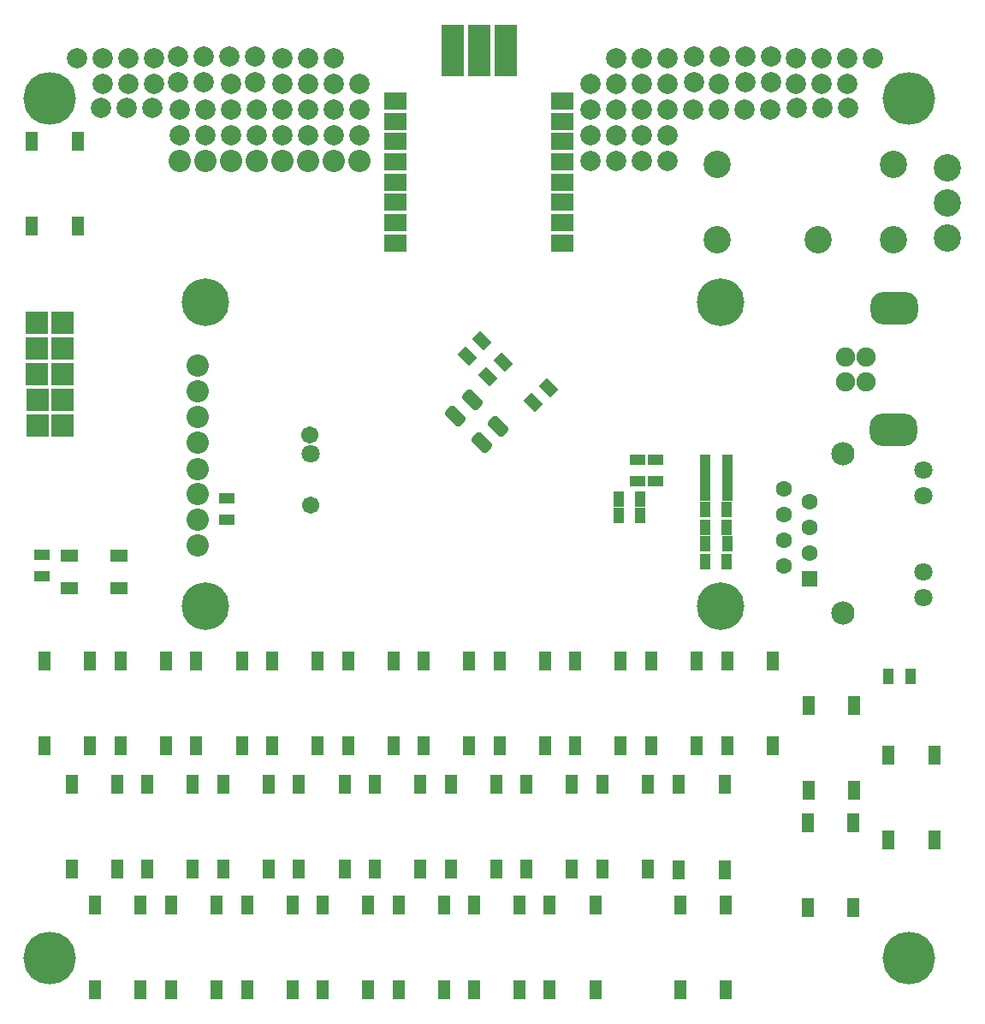
<source format=gts>
G04*
G04 #@! TF.GenerationSoftware,Altium Limited,Altium Designer,21.0.8 (223)*
G04*
G04 Layer_Color=8388736*
%FSLAX44Y44*%
%MOMM*%
G71*
G04*
G04 #@! TF.SameCoordinates,C7DFD244-51E8-418D-9BDC-30C7F22D4A59*
G04*
G04*
G04 #@! TF.FilePolarity,Negative*
G04*
G01*
G75*
%ADD28R,1.3032X1.9032*%
G04:AMPARAMS|DCode=29|XSize=1.6032mm|YSize=1.1032mm|CornerRadius=0mm|HoleSize=0mm|Usage=FLASHONLY|Rotation=135.000|XOffset=0mm|YOffset=0mm|HoleType=Round|Shape=Rectangle|*
%AMROTATEDRECTD29*
4,1,4,0.9569,-0.1768,0.1768,-0.9569,-0.9569,0.1768,-0.1768,0.9569,0.9569,-0.1768,0.0*
%
%ADD29ROTATEDRECTD29*%

%ADD30R,1.6032X1.1032*%
%ADD31R,1.1032X1.6032*%
%ADD32R,1.0532X1.5532*%
%ADD33R,2.2032X1.7032*%
%ADD34R,2.2032X5.2032*%
%ADD35R,1.7032X1.2032*%
G04:AMPARAMS|DCode=36|XSize=2.1032mm|YSize=1.3032mm|CornerRadius=0.3766mm|HoleSize=0mm|Usage=FLASHONLY|Rotation=315.000|XOffset=0mm|YOffset=0mm|HoleType=Round|Shape=RoundedRectangle|*
%AMROUNDEDRECTD36*
21,1,2.1032,0.5500,0,0,315.0*
21,1,1.3500,1.3032,0,0,315.0*
1,1,0.7532,0.2828,-0.6718*
1,1,0.7532,-0.6718,0.2828*
1,1,0.7532,-0.2828,0.6718*
1,1,0.7532,0.6718,-0.2828*
%
%ADD36ROUNDEDRECTD36*%
%ADD37R,2.2032X2.2032*%
%ADD38C,1.8032*%
%ADD39C,1.9032*%
G04:AMPARAMS|DCode=40|XSize=3.2032mm|YSize=4.7032mm|CornerRadius=1.3016mm|HoleSize=0mm|Usage=FLASHONLY|Rotation=90.000|XOffset=0mm|YOffset=0mm|HoleType=Round|Shape=RoundedRectangle|*
%AMROUNDEDRECTD40*
21,1,3.2032,2.1000,0,0,90.0*
21,1,0.6000,4.7032,0,0,90.0*
1,1,2.6032,1.0500,0.3000*
1,1,2.6032,1.0500,-0.3000*
1,1,2.6032,-1.0500,-0.3000*
1,1,2.6032,-1.0500,0.3000*
%
%ADD40ROUNDEDRECTD40*%
%ADD41C,2.2032*%
%ADD42C,1.6032*%
%ADD43C,2.0032*%
%ADD44C,2.3032*%
%ADD45R,1.6032X1.6032*%
%ADD46C,2.7032*%
%ADD47C,1.7032*%
%ADD48C,4.7032*%
%ADD49C,5.2032*%
D28*
X870658Y240571D02*
D03*
Y324571D02*
D03*
X825658Y324571D02*
D03*
Y240571D02*
D03*
X744092Y43425D02*
D03*
Y127425D02*
D03*
X699092Y127425D02*
D03*
Y43425D02*
D03*
X57500Y882500D02*
D03*
Y798500D02*
D03*
X102500Y798500D02*
D03*
Y882500D02*
D03*
X390052Y43425D02*
D03*
Y127425D02*
D03*
X345052Y127425D02*
D03*
Y43425D02*
D03*
X640000Y285000D02*
D03*
Y369000D02*
D03*
X595000Y369000D02*
D03*
Y285000D02*
D03*
X115000Y285000D02*
D03*
Y369000D02*
D03*
X70000Y369000D02*
D03*
Y285000D02*
D03*
X145000D02*
D03*
Y369000D02*
D03*
X190000Y369000D02*
D03*
Y285000D02*
D03*
X265000D02*
D03*
Y369000D02*
D03*
X220000Y369000D02*
D03*
Y285000D02*
D03*
X295000Y285000D02*
D03*
Y369000D02*
D03*
X340000Y369000D02*
D03*
Y285000D02*
D03*
X415000Y285000D02*
D03*
Y369000D02*
D03*
X370000Y369000D02*
D03*
Y285000D02*
D03*
X445000D02*
D03*
Y369000D02*
D03*
X490000Y369000D02*
D03*
Y285000D02*
D03*
X565000D02*
D03*
Y369000D02*
D03*
X520000Y369000D02*
D03*
Y285000D02*
D03*
X715000Y285000D02*
D03*
Y369000D02*
D03*
X670000Y369000D02*
D03*
Y285000D02*
D03*
X745250Y285000D02*
D03*
Y369000D02*
D03*
X790250Y369000D02*
D03*
Y285000D02*
D03*
X216645Y163167D02*
D03*
Y247167D02*
D03*
X171645Y247167D02*
D03*
Y163167D02*
D03*
X246645D02*
D03*
Y247167D02*
D03*
X291645Y247167D02*
D03*
Y163167D02*
D03*
X366645D02*
D03*
Y247167D02*
D03*
X321645Y247167D02*
D03*
Y163167D02*
D03*
X396645D02*
D03*
Y247167D02*
D03*
X441645Y247167D02*
D03*
Y163167D02*
D03*
X516645D02*
D03*
Y247167D02*
D03*
X471645Y247167D02*
D03*
Y163167D02*
D03*
X546645D02*
D03*
Y247167D02*
D03*
X591645Y247167D02*
D03*
Y163167D02*
D03*
X666645D02*
D03*
Y247167D02*
D03*
X621645Y247167D02*
D03*
Y163167D02*
D03*
X697500Y162500D02*
D03*
Y246500D02*
D03*
X742500Y246500D02*
D03*
Y162500D02*
D03*
X165052Y43425D02*
D03*
Y127425D02*
D03*
X120052Y127425D02*
D03*
Y43425D02*
D03*
X195052D02*
D03*
Y127425D02*
D03*
X240052Y127425D02*
D03*
Y43425D02*
D03*
X315052Y43425D02*
D03*
Y127425D02*
D03*
X270052Y127425D02*
D03*
Y43425D02*
D03*
X465052Y43425D02*
D03*
Y127425D02*
D03*
X420052Y127425D02*
D03*
Y43425D02*
D03*
X495052D02*
D03*
Y127425D02*
D03*
X540052Y127425D02*
D03*
Y43425D02*
D03*
X614728Y43425D02*
D03*
Y127425D02*
D03*
X569728Y127425D02*
D03*
Y43425D02*
D03*
X950000Y191500D02*
D03*
Y275500D02*
D03*
X905000Y275500D02*
D03*
Y191500D02*
D03*
X870000Y125000D02*
D03*
Y209000D02*
D03*
X825000Y209000D02*
D03*
Y125000D02*
D03*
X141750Y163000D02*
D03*
Y247000D02*
D03*
X96750Y247000D02*
D03*
Y163000D02*
D03*
D29*
X568425Y638925D02*
D03*
X553575Y624075D02*
D03*
X508576Y649575D02*
D03*
X487825Y670575D02*
D03*
X523425Y664424D02*
D03*
X502675Y685425D02*
D03*
D30*
X656500Y546500D02*
D03*
Y567500D02*
D03*
X674000Y546750D02*
D03*
X674000Y567750D02*
D03*
X249750Y529250D02*
D03*
X67185Y452799D02*
D03*
X249750Y508250D02*
D03*
X67185Y473799D02*
D03*
D31*
X659000Y512750D02*
D03*
X638000Y512750D02*
D03*
X659000Y529000D02*
D03*
X638000D02*
D03*
X744500Y467000D02*
D03*
X744750Y500750D02*
D03*
X723750Y500750D02*
D03*
X723500Y467000D02*
D03*
X723750Y518750D02*
D03*
X744750D02*
D03*
D32*
X926750Y353250D02*
D03*
X904750D02*
D03*
X745250Y550000D02*
D03*
X723250D02*
D03*
X723250Y565500D02*
D03*
X745250D02*
D03*
X723250Y484500D02*
D03*
X745250D02*
D03*
X723250Y534500D02*
D03*
X745250D02*
D03*
D33*
X582032Y902302D02*
D03*
Y882302D02*
D03*
Y862302D02*
D03*
Y842302D02*
D03*
Y822302D02*
D03*
Y802302D02*
D03*
X417032Y782302D02*
D03*
Y802302D02*
D03*
Y822302D02*
D03*
Y842302D02*
D03*
Y862302D02*
D03*
Y882302D02*
D03*
Y922302D02*
D03*
Y902302D02*
D03*
X582032Y782302D02*
D03*
Y922302D02*
D03*
D34*
X473999Y972500D02*
D03*
X526000D02*
D03*
X500000D02*
D03*
D35*
X143715Y440963D02*
D03*
Y472963D02*
D03*
X94715Y440963D02*
D03*
Y472963D02*
D03*
D36*
X476500Y610750D02*
D03*
X492763Y627014D02*
D03*
X518926Y600851D02*
D03*
X502663Y584587D02*
D03*
D37*
X87900Y601900D02*
D03*
Y626900D02*
D03*
X87500Y652500D02*
D03*
Y703300D02*
D03*
X62900Y601900D02*
D03*
Y626900D02*
D03*
X62500Y652500D02*
D03*
Y703300D02*
D03*
X87500Y677900D02*
D03*
X62500D02*
D03*
D38*
X332750Y573500D02*
D03*
X939197Y532442D02*
D03*
Y557842D02*
D03*
Y456750D02*
D03*
Y431350D02*
D03*
D39*
X862474Y644700D02*
D03*
X882474D02*
D03*
X861874Y669700D02*
D03*
X882474D02*
D03*
D40*
X909575Y597000D02*
D03*
X910574Y718000D02*
D03*
D41*
X221000Y635883D02*
D03*
Y661283D02*
D03*
Y508884D02*
D03*
Y534283D02*
D03*
Y558750D02*
D03*
Y585084D02*
D03*
Y610484D02*
D03*
Y483484D02*
D03*
X381000Y863600D02*
D03*
X330200D02*
D03*
X304800D02*
D03*
X279400D02*
D03*
X254000D02*
D03*
X228600D02*
D03*
X203200D02*
D03*
X355600D02*
D03*
D42*
X826700Y500946D02*
D03*
Y475546D02*
D03*
Y526346D02*
D03*
X801300Y539046D02*
D03*
Y513646D02*
D03*
Y488246D02*
D03*
Y462846D02*
D03*
D43*
X609600Y939800D02*
D03*
Y914400D02*
D03*
Y863600D02*
D03*
Y889000D02*
D03*
X381000Y914400D02*
D03*
Y939800D02*
D03*
Y889000D02*
D03*
X279400D02*
D03*
X254000D02*
D03*
X228600D02*
D03*
X203200D02*
D03*
X304800D02*
D03*
X330200D02*
D03*
X355600D02*
D03*
X304800Y914400D02*
D03*
X330200D02*
D03*
X355600D02*
D03*
X304800Y939800D02*
D03*
X330200D02*
D03*
X355600D02*
D03*
X304800Y965200D02*
D03*
X330200D02*
D03*
X355600D02*
D03*
X278013Y966200D02*
D03*
X252614D02*
D03*
X227213D02*
D03*
X201814D02*
D03*
X278013Y940800D02*
D03*
X227213D02*
D03*
X201814D02*
D03*
X177800Y965200D02*
D03*
X152400D02*
D03*
X127000D02*
D03*
X101600D02*
D03*
X177800Y939800D02*
D03*
X152400D02*
D03*
X127000D02*
D03*
X125613Y915400D02*
D03*
X151013D02*
D03*
X176413D02*
D03*
X254000Y939800D02*
D03*
X279400Y914400D02*
D03*
X254000D02*
D03*
X228600D02*
D03*
X203200D02*
D03*
X787400D02*
D03*
X762000D02*
D03*
X736600D02*
D03*
X711200D02*
D03*
X736600Y939800D02*
D03*
X814186Y915400D02*
D03*
X839586D02*
D03*
X864986D02*
D03*
X863600Y939800D02*
D03*
X838200D02*
D03*
X812800D02*
D03*
X889000Y965200D02*
D03*
X863600D02*
D03*
X838200D02*
D03*
X812800D02*
D03*
X788786Y940800D02*
D03*
X763387D02*
D03*
X712587D02*
D03*
X788786Y966200D02*
D03*
X763387D02*
D03*
X737987D02*
D03*
X712587D02*
D03*
X635000Y965200D02*
D03*
X660400D02*
D03*
X685800D02*
D03*
X635000Y939800D02*
D03*
X660400D02*
D03*
X685800D02*
D03*
X635000Y914400D02*
D03*
X660400D02*
D03*
X685800D02*
D03*
X635000Y889000D02*
D03*
X660400D02*
D03*
X685800D02*
D03*
Y863600D02*
D03*
X660400D02*
D03*
X635000D02*
D03*
D44*
X859695Y573346D02*
D03*
Y415846D02*
D03*
D45*
X826700Y450146D02*
D03*
D46*
X835000Y785000D02*
D03*
X735000Y785250D02*
D03*
X910000D02*
D03*
Y860250D02*
D03*
X735000D02*
D03*
X963375Y786626D02*
D03*
Y821625D02*
D03*
Y856625D02*
D03*
D47*
X333500Y522500D02*
D03*
X332500Y592500D02*
D03*
D48*
X229041Y423126D02*
D03*
Y723126D02*
D03*
X739041D02*
D03*
Y423126D02*
D03*
D49*
X75000Y75000D02*
D03*
X925000D02*
D03*
Y925000D02*
D03*
X75000D02*
D03*
M02*

</source>
